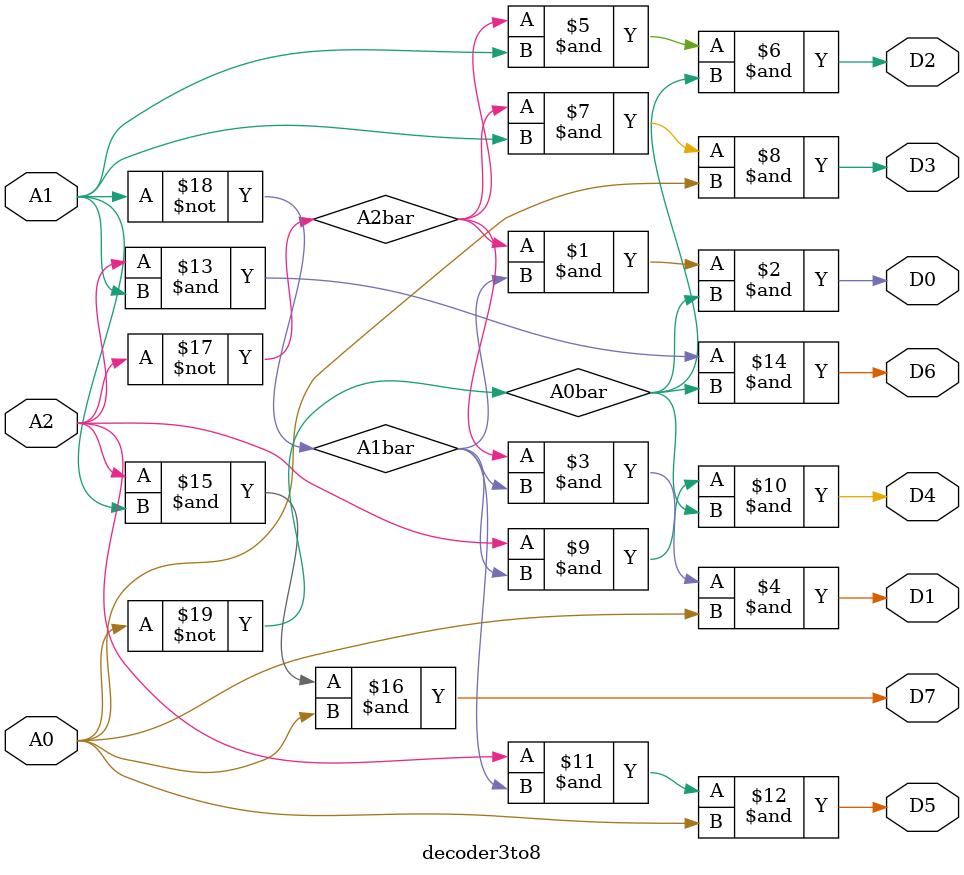
<source format=v>
module decoder3to8(A2,A1,A0,D7,D6,D5,D4,D3,D2,D1,D0);
	output D7,D6,D5,D4,D3,D2,D1,D0;
	input 	A2,A1,A0;
	wire A2bar,A1bar,A0bar;
	not(A2bar,A2);
	not(A1bar,A1);
	not(A0bar,A0);
	and(D0,A2bar,A1bar,A0bar);
	and(D1,A2bar,A1bar,A0);
	and(D2,A2bar,A1,A0bar);
	and(D3,A2bar,A1,A0);
	and(D4,A2,A1bar,A0bar);
	and(D5,A2,A1bar,A0);
	and(D6,A2,A1,A0bar);
	and(D7,A2,A1,A0);
endmodule

</source>
